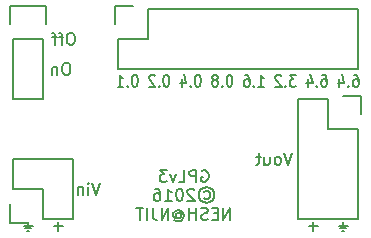
<source format=gbo>
G04 #@! TF.FileFunction,Legend,Bot*
%FSLAX46Y46*%
G04 Gerber Fmt 4.6, Leading zero omitted, Abs format (unit mm)*
G04 Created by KiCad (PCBNEW 4.0.2-stable) date Saturday, June 18, 2016 'PMt' 05:02:25 PM*
%MOMM*%
G01*
G04 APERTURE LIST*
%ADD10C,0.100000*%
%ADD11C,0.200000*%
%ADD12C,0.150000*%
G04 APERTURE END LIST*
D10*
D11*
X88368000Y-41588000D02*
X88463238Y-41540381D01*
X88606095Y-41540381D01*
X88748953Y-41588000D01*
X88844191Y-41683238D01*
X88891810Y-41778476D01*
X88939429Y-41968952D01*
X88939429Y-42111810D01*
X88891810Y-42302286D01*
X88844191Y-42397524D01*
X88748953Y-42492762D01*
X88606095Y-42540381D01*
X88510857Y-42540381D01*
X88368000Y-42492762D01*
X88320381Y-42445143D01*
X88320381Y-42111810D01*
X88510857Y-42111810D01*
X87891810Y-42540381D02*
X87891810Y-41540381D01*
X87510857Y-41540381D01*
X87415619Y-41588000D01*
X87368000Y-41635619D01*
X87320381Y-41730857D01*
X87320381Y-41873714D01*
X87368000Y-41968952D01*
X87415619Y-42016571D01*
X87510857Y-42064190D01*
X87891810Y-42064190D01*
X86415619Y-42540381D02*
X86891810Y-42540381D01*
X86891810Y-41540381D01*
X86177524Y-41873714D02*
X85939429Y-42540381D01*
X85701333Y-41873714D01*
X85415619Y-41540381D02*
X84796571Y-41540381D01*
X85129905Y-41921333D01*
X84987047Y-41921333D01*
X84891809Y-41968952D01*
X84844190Y-42016571D01*
X84796571Y-42111810D01*
X84796571Y-42349905D01*
X84844190Y-42445143D01*
X84891809Y-42492762D01*
X84987047Y-42540381D01*
X85272762Y-42540381D01*
X85368000Y-42492762D01*
X85415619Y-42445143D01*
X88582286Y-43378476D02*
X88677524Y-43330857D01*
X88868000Y-43330857D01*
X88963238Y-43378476D01*
X89058476Y-43473714D01*
X89106095Y-43568952D01*
X89106095Y-43759429D01*
X89058476Y-43854667D01*
X88963238Y-43949905D01*
X88868000Y-43997524D01*
X88677524Y-43997524D01*
X88582286Y-43949905D01*
X88772762Y-42997524D02*
X89010857Y-43045143D01*
X89248953Y-43188000D01*
X89391810Y-43426095D01*
X89439429Y-43664190D01*
X89391810Y-43902286D01*
X89248953Y-44140381D01*
X89010857Y-44283238D01*
X88772762Y-44330857D01*
X88534667Y-44283238D01*
X88296572Y-44140381D01*
X88153715Y-43902286D01*
X88106095Y-43664190D01*
X88153715Y-43426095D01*
X88296572Y-43188000D01*
X88534667Y-43045143D01*
X88772762Y-42997524D01*
X87725143Y-43235619D02*
X87677524Y-43188000D01*
X87582286Y-43140381D01*
X87344190Y-43140381D01*
X87248952Y-43188000D01*
X87201333Y-43235619D01*
X87153714Y-43330857D01*
X87153714Y-43426095D01*
X87201333Y-43568952D01*
X87772762Y-44140381D01*
X87153714Y-44140381D01*
X86534667Y-43140381D02*
X86439428Y-43140381D01*
X86344190Y-43188000D01*
X86296571Y-43235619D01*
X86248952Y-43330857D01*
X86201333Y-43521333D01*
X86201333Y-43759429D01*
X86248952Y-43949905D01*
X86296571Y-44045143D01*
X86344190Y-44092762D01*
X86439428Y-44140381D01*
X86534667Y-44140381D01*
X86629905Y-44092762D01*
X86677524Y-44045143D01*
X86725143Y-43949905D01*
X86772762Y-43759429D01*
X86772762Y-43521333D01*
X86725143Y-43330857D01*
X86677524Y-43235619D01*
X86629905Y-43188000D01*
X86534667Y-43140381D01*
X85248952Y-44140381D02*
X85820381Y-44140381D01*
X85534667Y-44140381D02*
X85534667Y-43140381D01*
X85629905Y-43283238D01*
X85725143Y-43378476D01*
X85820381Y-43426095D01*
X84391809Y-43140381D02*
X84582286Y-43140381D01*
X84677524Y-43188000D01*
X84725143Y-43235619D01*
X84820381Y-43378476D01*
X84868000Y-43568952D01*
X84868000Y-43949905D01*
X84820381Y-44045143D01*
X84772762Y-44092762D01*
X84677524Y-44140381D01*
X84487047Y-44140381D01*
X84391809Y-44092762D01*
X84344190Y-44045143D01*
X84296571Y-43949905D01*
X84296571Y-43711810D01*
X84344190Y-43616571D01*
X84391809Y-43568952D01*
X84487047Y-43521333D01*
X84677524Y-43521333D01*
X84772762Y-43568952D01*
X84820381Y-43616571D01*
X84868000Y-43711810D01*
X90772762Y-45740381D02*
X90772762Y-44740381D01*
X90201333Y-45740381D01*
X90201333Y-44740381D01*
X89725143Y-45216571D02*
X89391809Y-45216571D01*
X89248952Y-45740381D02*
X89725143Y-45740381D01*
X89725143Y-44740381D01*
X89248952Y-44740381D01*
X88868000Y-45692762D02*
X88725143Y-45740381D01*
X88487047Y-45740381D01*
X88391809Y-45692762D01*
X88344190Y-45645143D01*
X88296571Y-45549905D01*
X88296571Y-45454667D01*
X88344190Y-45359429D01*
X88391809Y-45311810D01*
X88487047Y-45264190D01*
X88677524Y-45216571D01*
X88772762Y-45168952D01*
X88820381Y-45121333D01*
X88868000Y-45026095D01*
X88868000Y-44930857D01*
X88820381Y-44835619D01*
X88772762Y-44788000D01*
X88677524Y-44740381D01*
X88439428Y-44740381D01*
X88296571Y-44788000D01*
X87868000Y-45740381D02*
X87868000Y-44740381D01*
X87868000Y-45216571D02*
X87296571Y-45216571D01*
X87296571Y-45740381D02*
X87296571Y-44740381D01*
X86201333Y-45264190D02*
X86248952Y-45216571D01*
X86344190Y-45168952D01*
X86439428Y-45168952D01*
X86534666Y-45216571D01*
X86582286Y-45264190D01*
X86629905Y-45359429D01*
X86629905Y-45454667D01*
X86582286Y-45549905D01*
X86534666Y-45597524D01*
X86439428Y-45645143D01*
X86344190Y-45645143D01*
X86248952Y-45597524D01*
X86201333Y-45549905D01*
X86201333Y-45168952D02*
X86201333Y-45549905D01*
X86153714Y-45597524D01*
X86106095Y-45597524D01*
X86010857Y-45549905D01*
X85963238Y-45454667D01*
X85963238Y-45216571D01*
X86058476Y-45073714D01*
X86201333Y-44978476D01*
X86391809Y-44930857D01*
X86582286Y-44978476D01*
X86725143Y-45073714D01*
X86820381Y-45216571D01*
X86868000Y-45407048D01*
X86820381Y-45597524D01*
X86725143Y-45740381D01*
X86582286Y-45835619D01*
X86391809Y-45883238D01*
X86201333Y-45835619D01*
X86058476Y-45740381D01*
X85534667Y-45740381D02*
X85534667Y-44740381D01*
X84963238Y-45740381D01*
X84963238Y-44740381D01*
X84201333Y-44740381D02*
X84201333Y-45454667D01*
X84248953Y-45597524D01*
X84344191Y-45692762D01*
X84487048Y-45740381D01*
X84582286Y-45740381D01*
X83725143Y-45740381D02*
X83725143Y-44740381D01*
X83391810Y-44740381D02*
X82820381Y-44740381D01*
X83106096Y-45740381D02*
X83106096Y-44740381D01*
X77001619Y-32472381D02*
X76811142Y-32472381D01*
X76715904Y-32520000D01*
X76620666Y-32615238D01*
X76573047Y-32805714D01*
X76573047Y-33139048D01*
X76620666Y-33329524D01*
X76715904Y-33424762D01*
X76811142Y-33472381D01*
X77001619Y-33472381D01*
X77096857Y-33424762D01*
X77192095Y-33329524D01*
X77239714Y-33139048D01*
X77239714Y-32805714D01*
X77192095Y-32615238D01*
X77096857Y-32520000D01*
X77001619Y-32472381D01*
X76144476Y-32805714D02*
X76144476Y-33472381D01*
X76144476Y-32900952D02*
X76096857Y-32853333D01*
X76001619Y-32805714D01*
X75858761Y-32805714D01*
X75763523Y-32853333D01*
X75715904Y-32948571D01*
X75715904Y-33472381D01*
X77374667Y-29932381D02*
X77184190Y-29932381D01*
X77088952Y-29980000D01*
X76993714Y-30075238D01*
X76946095Y-30265714D01*
X76946095Y-30599048D01*
X76993714Y-30789524D01*
X77088952Y-30884762D01*
X77184190Y-30932381D01*
X77374667Y-30932381D01*
X77469905Y-30884762D01*
X77565143Y-30789524D01*
X77612762Y-30599048D01*
X77612762Y-30265714D01*
X77565143Y-30075238D01*
X77469905Y-29980000D01*
X77374667Y-29932381D01*
X76660381Y-30265714D02*
X76279429Y-30265714D01*
X76517524Y-30932381D02*
X76517524Y-30075238D01*
X76469905Y-29980000D01*
X76374667Y-29932381D01*
X76279429Y-29932381D01*
X76088952Y-30265714D02*
X75708000Y-30265714D01*
X75946095Y-30932381D02*
X75946095Y-30075238D01*
X75898476Y-29980000D01*
X75803238Y-29932381D01*
X75708000Y-29932381D01*
X74040952Y-46259762D02*
X73279048Y-46259762D01*
X73888571Y-46488333D02*
X73431428Y-46488333D01*
X73660000Y-45916905D02*
X73660000Y-46259762D01*
X73583809Y-46716905D02*
X73736190Y-46716905D01*
X76580952Y-46299429D02*
X75819047Y-46299429D01*
X76199999Y-46680381D02*
X76199999Y-45918476D01*
X79763809Y-42632381D02*
X79430476Y-43632381D01*
X79097142Y-42632381D01*
X78763809Y-43632381D02*
X78763809Y-42965714D01*
X78763809Y-42632381D02*
X78811428Y-42680000D01*
X78763809Y-42727619D01*
X78716190Y-42680000D01*
X78763809Y-42632381D01*
X78763809Y-42727619D01*
X78287619Y-42965714D02*
X78287619Y-43632381D01*
X78287619Y-43060952D02*
X78240000Y-43013333D01*
X78144762Y-42965714D01*
X78001904Y-42965714D01*
X77906666Y-43013333D01*
X77859047Y-43108571D01*
X77859047Y-43632381D01*
X100710952Y-46259762D02*
X99949048Y-46259762D01*
X100558571Y-46488333D02*
X100101428Y-46488333D01*
X100330000Y-45916905D02*
X100330000Y-46259762D01*
X100253809Y-46716905D02*
X100406190Y-46716905D01*
X98170952Y-46299429D02*
X97409047Y-46299429D01*
X97789999Y-46680381D02*
X97789999Y-45918476D01*
X96011810Y-40092381D02*
X95678477Y-41092381D01*
X95345143Y-40092381D01*
X94868953Y-41092381D02*
X94964191Y-41044762D01*
X95011810Y-40997143D01*
X95059429Y-40901905D01*
X95059429Y-40616190D01*
X95011810Y-40520952D01*
X94964191Y-40473333D01*
X94868953Y-40425714D01*
X94726095Y-40425714D01*
X94630857Y-40473333D01*
X94583238Y-40520952D01*
X94535619Y-40616190D01*
X94535619Y-40901905D01*
X94583238Y-40997143D01*
X94630857Y-41044762D01*
X94726095Y-41092381D01*
X94868953Y-41092381D01*
X93678476Y-40425714D02*
X93678476Y-41092381D01*
X94107048Y-40425714D02*
X94107048Y-40949524D01*
X94059429Y-41044762D01*
X93964191Y-41092381D01*
X93821333Y-41092381D01*
X93726095Y-41044762D01*
X93678476Y-40997143D01*
X93345143Y-40425714D02*
X92964191Y-40425714D01*
X93202286Y-40092381D02*
X93202286Y-40949524D01*
X93154667Y-41044762D01*
X93059429Y-41092381D01*
X92964191Y-41092381D01*
X101235239Y-33488381D02*
X101397144Y-33488381D01*
X101478096Y-33536000D01*
X101518573Y-33583619D01*
X101599525Y-33726476D01*
X101640001Y-33916952D01*
X101640001Y-34297905D01*
X101599525Y-34393143D01*
X101559049Y-34440762D01*
X101478096Y-34488381D01*
X101316192Y-34488381D01*
X101235239Y-34440762D01*
X101194763Y-34393143D01*
X101154287Y-34297905D01*
X101154287Y-34059810D01*
X101194763Y-33964571D01*
X101235239Y-33916952D01*
X101316192Y-33869333D01*
X101478096Y-33869333D01*
X101559049Y-33916952D01*
X101599525Y-33964571D01*
X101640001Y-34059810D01*
X100790001Y-34393143D02*
X100749525Y-34440762D01*
X100790001Y-34488381D01*
X100830477Y-34440762D01*
X100790001Y-34393143D01*
X100790001Y-34488381D01*
X100020953Y-33821714D02*
X100020953Y-34488381D01*
X100223334Y-33440762D02*
X100425715Y-34155048D01*
X99899525Y-34155048D01*
X98563810Y-33488381D02*
X98725715Y-33488381D01*
X98806667Y-33536000D01*
X98847144Y-33583619D01*
X98928096Y-33726476D01*
X98968572Y-33916952D01*
X98968572Y-34297905D01*
X98928096Y-34393143D01*
X98887620Y-34440762D01*
X98806667Y-34488381D01*
X98644763Y-34488381D01*
X98563810Y-34440762D01*
X98523334Y-34393143D01*
X98482858Y-34297905D01*
X98482858Y-34059810D01*
X98523334Y-33964571D01*
X98563810Y-33916952D01*
X98644763Y-33869333D01*
X98806667Y-33869333D01*
X98887620Y-33916952D01*
X98928096Y-33964571D01*
X98968572Y-34059810D01*
X98118572Y-34393143D02*
X98078096Y-34440762D01*
X98118572Y-34488381D01*
X98159048Y-34440762D01*
X98118572Y-34393143D01*
X98118572Y-34488381D01*
X97349524Y-33821714D02*
X97349524Y-34488381D01*
X97551905Y-33440762D02*
X97754286Y-34155048D01*
X97228096Y-34155048D01*
X96337619Y-33488381D02*
X95811429Y-33488381D01*
X96094762Y-33869333D01*
X95973334Y-33869333D01*
X95892381Y-33916952D01*
X95851905Y-33964571D01*
X95811429Y-34059810D01*
X95811429Y-34297905D01*
X95851905Y-34393143D01*
X95892381Y-34440762D01*
X95973334Y-34488381D01*
X96216191Y-34488381D01*
X96297143Y-34440762D01*
X96337619Y-34393143D01*
X95447143Y-34393143D02*
X95406667Y-34440762D01*
X95447143Y-34488381D01*
X95487619Y-34440762D01*
X95447143Y-34393143D01*
X95447143Y-34488381D01*
X95082857Y-33583619D02*
X95042381Y-33536000D01*
X94961429Y-33488381D01*
X94759048Y-33488381D01*
X94678095Y-33536000D01*
X94637619Y-33583619D01*
X94597143Y-33678857D01*
X94597143Y-33774095D01*
X94637619Y-33916952D01*
X95123333Y-34488381D01*
X94597143Y-34488381D01*
X93140000Y-34488381D02*
X93625714Y-34488381D01*
X93382857Y-34488381D02*
X93382857Y-33488381D01*
X93463809Y-33631238D01*
X93544762Y-33726476D01*
X93625714Y-33774095D01*
X92775714Y-34393143D02*
X92735238Y-34440762D01*
X92775714Y-34488381D01*
X92816190Y-34440762D01*
X92775714Y-34393143D01*
X92775714Y-34488381D01*
X92006666Y-33488381D02*
X92168571Y-33488381D01*
X92249523Y-33536000D01*
X92290000Y-33583619D01*
X92370952Y-33726476D01*
X92411428Y-33916952D01*
X92411428Y-34297905D01*
X92370952Y-34393143D01*
X92330476Y-34440762D01*
X92249523Y-34488381D01*
X92087619Y-34488381D01*
X92006666Y-34440762D01*
X91966190Y-34393143D01*
X91925714Y-34297905D01*
X91925714Y-34059810D01*
X91966190Y-33964571D01*
X92006666Y-33916952D01*
X92087619Y-33869333D01*
X92249523Y-33869333D01*
X92330476Y-33916952D01*
X92370952Y-33964571D01*
X92411428Y-34059810D01*
X90751904Y-33488381D02*
X90670952Y-33488381D01*
X90590000Y-33536000D01*
X90549523Y-33583619D01*
X90509047Y-33678857D01*
X90468571Y-33869333D01*
X90468571Y-34107429D01*
X90509047Y-34297905D01*
X90549523Y-34393143D01*
X90590000Y-34440762D01*
X90670952Y-34488381D01*
X90751904Y-34488381D01*
X90832857Y-34440762D01*
X90873333Y-34393143D01*
X90913809Y-34297905D01*
X90954285Y-34107429D01*
X90954285Y-33869333D01*
X90913809Y-33678857D01*
X90873333Y-33583619D01*
X90832857Y-33536000D01*
X90751904Y-33488381D01*
X90104285Y-34393143D02*
X90063809Y-34440762D01*
X90104285Y-34488381D01*
X90144761Y-34440762D01*
X90104285Y-34393143D01*
X90104285Y-34488381D01*
X89578094Y-33916952D02*
X89659047Y-33869333D01*
X89699523Y-33821714D01*
X89739999Y-33726476D01*
X89739999Y-33678857D01*
X89699523Y-33583619D01*
X89659047Y-33536000D01*
X89578094Y-33488381D01*
X89416190Y-33488381D01*
X89335237Y-33536000D01*
X89294761Y-33583619D01*
X89254285Y-33678857D01*
X89254285Y-33726476D01*
X89294761Y-33821714D01*
X89335237Y-33869333D01*
X89416190Y-33916952D01*
X89578094Y-33916952D01*
X89659047Y-33964571D01*
X89699523Y-34012190D01*
X89739999Y-34107429D01*
X89739999Y-34297905D01*
X89699523Y-34393143D01*
X89659047Y-34440762D01*
X89578094Y-34488381D01*
X89416190Y-34488381D01*
X89335237Y-34440762D01*
X89294761Y-34393143D01*
X89254285Y-34297905D01*
X89254285Y-34107429D01*
X89294761Y-34012190D01*
X89335237Y-33964571D01*
X89416190Y-33916952D01*
X88080475Y-33488381D02*
X87999523Y-33488381D01*
X87918571Y-33536000D01*
X87878094Y-33583619D01*
X87837618Y-33678857D01*
X87797142Y-33869333D01*
X87797142Y-34107429D01*
X87837618Y-34297905D01*
X87878094Y-34393143D01*
X87918571Y-34440762D01*
X87999523Y-34488381D01*
X88080475Y-34488381D01*
X88161428Y-34440762D01*
X88201904Y-34393143D01*
X88242380Y-34297905D01*
X88282856Y-34107429D01*
X88282856Y-33869333D01*
X88242380Y-33678857D01*
X88201904Y-33583619D01*
X88161428Y-33536000D01*
X88080475Y-33488381D01*
X87432856Y-34393143D02*
X87392380Y-34440762D01*
X87432856Y-34488381D01*
X87473332Y-34440762D01*
X87432856Y-34393143D01*
X87432856Y-34488381D01*
X86663808Y-33821714D02*
X86663808Y-34488381D01*
X86866189Y-33440762D02*
X87068570Y-34155048D01*
X86542380Y-34155048D01*
X85409046Y-33488381D02*
X85328094Y-33488381D01*
X85247142Y-33536000D01*
X85206665Y-33583619D01*
X85166189Y-33678857D01*
X85125713Y-33869333D01*
X85125713Y-34107429D01*
X85166189Y-34297905D01*
X85206665Y-34393143D01*
X85247142Y-34440762D01*
X85328094Y-34488381D01*
X85409046Y-34488381D01*
X85489999Y-34440762D01*
X85530475Y-34393143D01*
X85570951Y-34297905D01*
X85611427Y-34107429D01*
X85611427Y-33869333D01*
X85570951Y-33678857D01*
X85530475Y-33583619D01*
X85489999Y-33536000D01*
X85409046Y-33488381D01*
X84761427Y-34393143D02*
X84720951Y-34440762D01*
X84761427Y-34488381D01*
X84801903Y-34440762D01*
X84761427Y-34393143D01*
X84761427Y-34488381D01*
X84397141Y-33583619D02*
X84356665Y-33536000D01*
X84275713Y-33488381D01*
X84073332Y-33488381D01*
X83992379Y-33536000D01*
X83951903Y-33583619D01*
X83911427Y-33678857D01*
X83911427Y-33774095D01*
X83951903Y-33916952D01*
X84437617Y-34488381D01*
X83911427Y-34488381D01*
X82737617Y-33488381D02*
X82656665Y-33488381D01*
X82575713Y-33536000D01*
X82535236Y-33583619D01*
X82494760Y-33678857D01*
X82454284Y-33869333D01*
X82454284Y-34107429D01*
X82494760Y-34297905D01*
X82535236Y-34393143D01*
X82575713Y-34440762D01*
X82656665Y-34488381D01*
X82737617Y-34488381D01*
X82818570Y-34440762D01*
X82859046Y-34393143D01*
X82899522Y-34297905D01*
X82939998Y-34107429D01*
X82939998Y-33869333D01*
X82899522Y-33678857D01*
X82859046Y-33583619D01*
X82818570Y-33536000D01*
X82737617Y-33488381D01*
X82089998Y-34393143D02*
X82049522Y-34440762D01*
X82089998Y-34488381D01*
X82130474Y-34440762D01*
X82089998Y-34393143D01*
X82089998Y-34488381D01*
X81239998Y-34488381D02*
X81725712Y-34488381D01*
X81482855Y-34488381D02*
X81482855Y-33488381D01*
X81563807Y-33631238D01*
X81644760Y-33726476D01*
X81725712Y-33774095D01*
D12*
X101600000Y-38100000D02*
X101600000Y-45720000D01*
X101600000Y-45720000D02*
X96520000Y-45720000D01*
X96520000Y-45720000D02*
X96520000Y-35560000D01*
X96520000Y-35560000D02*
X99060000Y-35560000D01*
X100330000Y-35280000D02*
X101880000Y-35280000D01*
X99060000Y-35560000D02*
X99060000Y-38100000D01*
X99060000Y-38100000D02*
X101600000Y-38100000D01*
X101880000Y-35280000D02*
X101880000Y-36830000D01*
X72110000Y-44450000D02*
X72110000Y-46000000D01*
X73660000Y-46000000D02*
X72110000Y-46000000D01*
X72390000Y-43180000D02*
X74930000Y-43180000D01*
X74930000Y-43180000D02*
X74930000Y-45720000D01*
X74930000Y-45720000D02*
X77470000Y-45720000D01*
X77470000Y-45720000D02*
X77470000Y-40640000D01*
X77470000Y-40640000D02*
X72390000Y-40640000D01*
X72390000Y-40640000D02*
X72390000Y-43180000D01*
X74930000Y-30480000D02*
X74930000Y-35560000D01*
X74930000Y-35560000D02*
X72390000Y-35560000D01*
X72390000Y-35560000D02*
X72390000Y-30480000D01*
X72110000Y-27660000D02*
X72110000Y-29210000D01*
X72390000Y-30480000D02*
X74930000Y-30480000D01*
X75210000Y-29210000D02*
X75210000Y-27660000D01*
X75210000Y-27660000D02*
X72110000Y-27660000D01*
X101600000Y-33020000D02*
X81280000Y-33020000D01*
X83820000Y-27940000D02*
X101600000Y-27940000D01*
X101600000Y-33020000D02*
X101600000Y-27940000D01*
X81280000Y-33020000D02*
X81280000Y-30480000D01*
X81000000Y-29210000D02*
X81000000Y-27660000D01*
X81280000Y-30480000D02*
X83820000Y-30480000D01*
X83820000Y-30480000D02*
X83820000Y-27940000D01*
X81000000Y-27660000D02*
X82550000Y-27660000D01*
M02*

</source>
